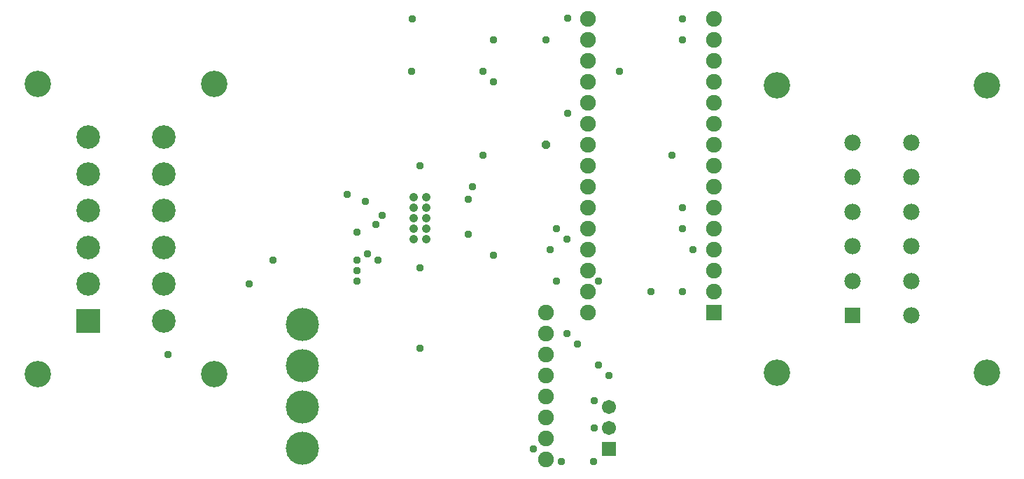
<source format=gbr>
G04 EAGLE Gerber RS-274X export*
G75*
%MOMM*%
%FSLAX34Y34*%
%LPD*%
%INSoldermask Bottom*%
%IPPOS*%
%AMOC8*
5,1,8,0,0,1.08239X$1,22.5*%
G01*
%ADD10C,2.858200*%
%ADD11R,2.858200X2.858200*%
%ADD12C,3.193200*%
%ADD13R,1.988200X1.988200*%
%ADD14C,1.988200*%
%ADD15C,1.902969*%
%ADD16C,4.013200*%
%ADD17R,1.903200X1.903200*%
%ADD18C,1.903200*%
%ADD19C,1.061200*%
%ADD20R,1.711200X1.711200*%
%ADD21C,1.711200*%
%ADD22C,0.959600*%
%ADD23P,1.038661X8X22.500000*%


D10*
X137534Y332384D03*
X137534Y421284D03*
D11*
X137534Y198984D03*
D10*
X137534Y243434D03*
X137534Y287884D03*
X137534Y376834D03*
X228734Y421284D03*
X228734Y376834D03*
X228734Y332384D03*
X228734Y287884D03*
X228734Y243434D03*
X228734Y198984D03*
D12*
X76434Y485484D03*
X289834Y485484D03*
X289834Y134684D03*
X76434Y134684D03*
D13*
X1061984Y205384D03*
D14*
X1061984Y247284D03*
X1061984Y289184D03*
X1061984Y331084D03*
X1061984Y372984D03*
X1061984Y414884D03*
X1133084Y414884D03*
X1133084Y372984D03*
X1133084Y331084D03*
X1133084Y289184D03*
X1133084Y247284D03*
X1133084Y205384D03*
D12*
X1224534Y136034D03*
X970534Y136034D03*
X970534Y484234D03*
X1224534Y484234D03*
D15*
X691034Y208434D03*
X691034Y183034D03*
X691034Y157634D03*
X691034Y132234D03*
X691034Y106834D03*
X691034Y81434D03*
X691034Y56034D03*
X691034Y30634D03*
D16*
X396634Y194734D03*
X396634Y144734D03*
X396634Y94734D03*
X396634Y44734D03*
D17*
X894334Y208534D03*
D18*
X894334Y233934D03*
X894334Y259334D03*
X894334Y284734D03*
X894334Y310134D03*
X894334Y335534D03*
X894334Y360934D03*
X894334Y386334D03*
X894334Y411734D03*
X894334Y437134D03*
X894334Y462534D03*
X894334Y487934D03*
X894334Y513334D03*
X894334Y538734D03*
X894334Y564134D03*
X741934Y564134D03*
X741934Y538734D03*
X741934Y513334D03*
X741934Y487934D03*
X741934Y462534D03*
X741934Y437134D03*
X741934Y411734D03*
X741934Y386334D03*
X741934Y360934D03*
X741934Y335534D03*
X741934Y310134D03*
X741934Y284734D03*
X741934Y259334D03*
X741934Y233934D03*
X741934Y208534D03*
D19*
X546354Y297434D03*
X531114Y297434D03*
X546354Y310134D03*
X531114Y310134D03*
X546354Y322834D03*
X531114Y322834D03*
X546354Y335534D03*
X531114Y335534D03*
X546354Y348234D03*
X531114Y348234D03*
D20*
X767334Y43434D03*
D21*
X767334Y68834D03*
X767334Y94234D03*
D22*
X749944Y68834D03*
X487934Y272034D03*
X703834Y310134D03*
X538734Y165354D03*
X818134Y233934D03*
X856234Y233934D03*
X538734Y263144D03*
X538734Y386334D03*
D23*
X691134Y411734D03*
D22*
X691134Y538734D03*
X233934Y157734D03*
X843534Y399034D03*
X868934Y284734D03*
X614934Y399034D03*
X627634Y538734D03*
X472694Y343154D03*
X528574Y500634D03*
X529844Y564134D03*
X462534Y306324D03*
X716534Y183134D03*
X716534Y297434D03*
X856234Y335534D03*
X754634Y145034D03*
X767334Y132334D03*
X856234Y310134D03*
X780034Y500634D03*
X717834Y565434D03*
X703834Y246634D03*
X754634Y246634D03*
X856234Y538734D03*
X856234Y564134D03*
X485394Y315214D03*
X614934Y500634D03*
X493014Y326644D03*
X627634Y487934D03*
X717834Y449834D03*
X475234Y279654D03*
X451104Y352044D03*
X597154Y345694D03*
X597154Y303784D03*
X462534Y259334D03*
X602234Y360934D03*
X627634Y278384D03*
X462534Y246634D03*
X462534Y272034D03*
X360934Y272034D03*
X332334Y243434D03*
X748674Y28584D03*
X710184Y28584D03*
X675894Y43434D03*
X696214Y284734D03*
X729234Y170434D03*
X749554Y101854D03*
M02*

</source>
